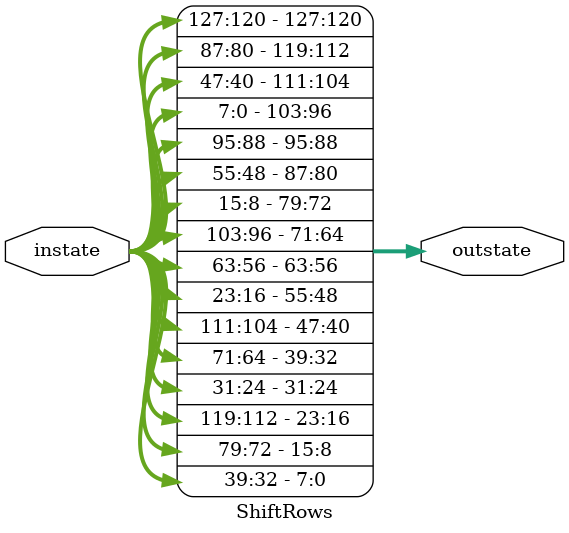
<source format=v>
module ShiftRows(instate, outstate);

input [127 : 0] instate;
output [127 : 0] outstate;



//first row
assign outstate[127 -: 8] = instate[127 -: 8];
assign outstate[95 -: 8] = instate[95 -: 8];
assign outstate[63 -: 8] = instate[63 -: 8];
assign outstate[31 -: 8] = instate[31 -: 8];

//second row
assign outstate[119 -: 8] = instate[87 -: 8];
assign outstate[87 -: 8] = instate[55 -: 8];
assign outstate[55 -: 8] = instate[23 -: 8];
assign outstate[23 -: 8] = instate[119 -: 8];

//third row
assign outstate[111 -: 8] = instate[47 -: 8];
assign outstate[79 -: 8] = instate[15 -: 8];
assign outstate[47 -: 8] = instate[111 -: 8];
assign outstate[15 -: 8] = instate[79 -: 8];

//fourth row
assign outstate[103 -: 8] = instate[7 -: 8];
assign outstate[71 -: 8] = instate[103 -: 8];
assign outstate[39 -: 8] = instate[71 -: 8];
assign outstate[7 -: 8] = instate[39 -: 8];


endmodule

 
</source>
